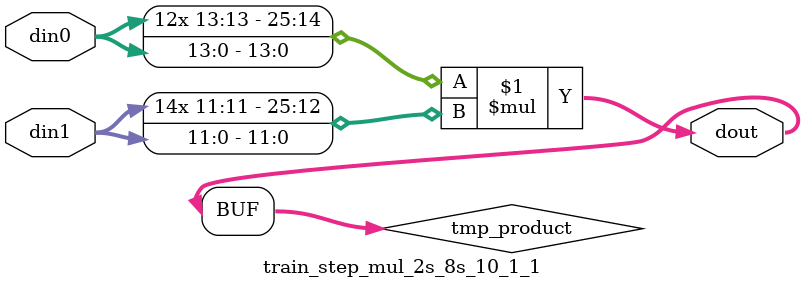
<source format=v>

`timescale 1 ns / 1 ps

 module train_step_mul_2s_8s_10_1_1(din0, din1, dout);
parameter ID = 1;
parameter NUM_STAGE = 0;
parameter din0_WIDTH = 14;
parameter din1_WIDTH = 12;
parameter dout_WIDTH = 26;

input [din0_WIDTH - 1 : 0] din0; 
input [din1_WIDTH - 1 : 0] din1; 
output [dout_WIDTH - 1 : 0] dout;

wire signed [dout_WIDTH - 1 : 0] tmp_product;



























assign tmp_product = $signed(din0) * $signed(din1);








assign dout = tmp_product;





















endmodule

</source>
